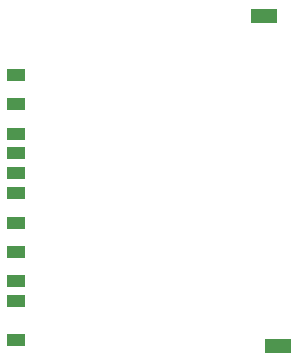
<source format=gtp>
G04 #@! TF.FileFunction,Paste,Top*
%FSLAX46Y46*%
G04 Gerber Fmt 4.6, Leading zero omitted, Abs format (unit mm)*
G04 Created by KiCad (PCBNEW 4.0.1-3.201512221402+6198~38~ubuntu14.04.1-stable) date Tue 03 May 2016 12:22:43 PM PDT*
%MOMM*%
G01*
G04 APERTURE LIST*
%ADD10C,0.100000*%
%ADD11R,1.500000X1.000000*%
%ADD12R,2.200000X1.200000*%
G04 APERTURE END LIST*
D10*
D11*
X150418800Y-90939600D03*
X150418800Y-93439600D03*
X150418800Y-96739600D03*
X150418800Y-98439600D03*
X150418800Y-100939600D03*
X150418800Y-103439600D03*
X150418800Y-105864600D03*
X150418800Y-107564600D03*
X150418800Y-88439600D03*
X150418800Y-95089600D03*
X150418800Y-110914600D03*
D12*
X171418800Y-83414600D03*
X172618800Y-111414600D03*
M02*

</source>
